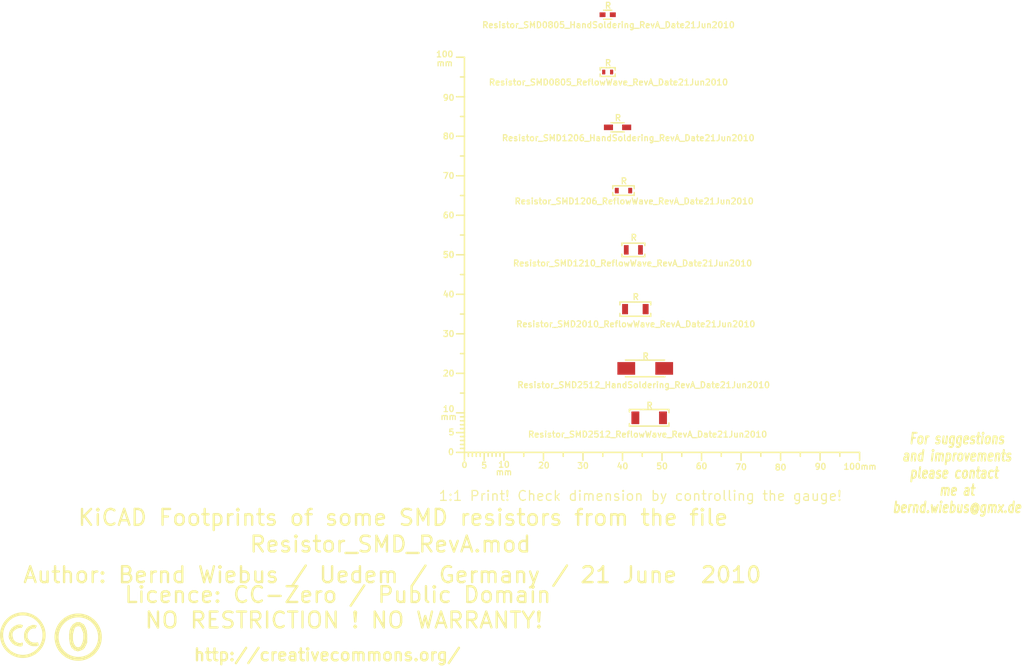
<source format=kicad_pcb>
(kicad_pcb (version 3) (host pcbnew "(2013-03-30 BZR 4007)-stable")

  (general
    (links 0)
    (no_connects 0)
    (area -16.90696 27.03036 274.02378 197.1694)
    (thickness 1.6002)
    (drawings 7)
    (tracks 0)
    (zones 0)
    (modules 11)
    (nets 1)
  )

  (page A4)
  (layers
    (15 Vorderseite signal)
    (0 Rückseite signal)
    (16 B.Adhes user)
    (17 F.Adhes user)
    (18 B.Paste user)
    (19 F.Paste user)
    (20 B.SilkS user)
    (21 F.SilkS user)
    (22 B.Mask user)
    (23 F.Mask user)
    (24 Dwgs.User user)
    (25 Cmts.User user)
    (26 Eco1.User user)
    (27 Eco2.User user)
    (28 Edge.Cuts user)
  )

  (setup
    (last_trace_width 0.2032)
    (trace_clearance 0.254)
    (zone_clearance 0.508)
    (zone_45_only no)
    (trace_min 0.2032)
    (segment_width 0.381)
    (edge_width 0.381)
    (via_size 0.889)
    (via_drill 0.635)
    (via_min_size 0.889)
    (via_min_drill 0.508)
    (uvia_size 0.508)
    (uvia_drill 0.127)
    (uvias_allowed no)
    (uvia_min_size 0.508)
    (uvia_min_drill 0.127)
    (pcb_text_width 0.3048)
    (pcb_text_size 1.524 2.032)
    (mod_edge_width 0.381)
    (mod_text_size 1.524 1.524)
    (mod_text_width 0.3048)
    (pad_size 1.524 1.524)
    (pad_drill 0.8128)
    (pad_to_mask_clearance 0.254)
    (aux_axis_origin 0 0)
    (visible_elements 7FFFFFFF)
    (pcbplotparams
      (layerselection 3178497)
      (usegerberextensions true)
      (excludeedgelayer true)
      (linewidth 60)
      (plotframeref false)
      (viasonmask false)
      (mode 1)
      (useauxorigin false)
      (hpglpennumber 1)
      (hpglpenspeed 20)
      (hpglpendiameter 15)
      (hpglpenoverlay 0)
      (psnegative false)
      (psa4output false)
      (plotreference true)
      (plotvalue true)
      (plotothertext true)
      (plotinvisibletext false)
      (padsonsilk false)
      (subtractmaskfromsilk false)
      (outputformat 1)
      (mirror false)
      (drillshape 1)
      (scaleselection 1)
      (outputdirectory ""))
  )

  (net 0 "")

  (net_class Default "Dies ist die voreingestellte Netzklasse."
    (clearance 0.254)
    (trace_width 0.2032)
    (via_dia 0.889)
    (via_drill 0.635)
    (uvia_dia 0.508)
    (uvia_drill 0.127)
    (add_net "")
  )

  (module Gauge_100mm_Type2_SilkScreenTop_RevA_Date22Jun2010 (layer Vorderseite) (tedit 51AF9789) (tstamp 4D88F07A)
    (at 132.75056 141.2494)
    (descr "Gauge, Massstab, 100mm, SilkScreenTop, Type 2,")
    (tags "Gauge, Massstab, 100mm, SilkScreenTop, Type 2,")
    (path Gauge_100mm_Type2_SilkScreenTop_RevA_Date22Jun2010)
    (fp_text reference MSC (at 4.0005 8.99922) (layer F.SilkS) hide
      (effects (font (size 1.524 1.524) (thickness 0.3048)))
    )
    (fp_text value Gauge_100mm_Type2_SilkScreenTop_RevA_Date22Jun2010 (at 45.9994 8.99922) (layer F.SilkS) hide
      (effects (font (size 1.524 1.524) (thickness 0.3048)))
    )
    (fp_text user mm (at 9.99998 5.00126) (layer F.SilkS)
      (effects (font (size 1.524 1.524) (thickness 0.3048)))
    )
    (fp_text user mm (at -4.0005 -8.99922) (layer F.SilkS)
      (effects (font (size 1.524 1.524) (thickness 0.3048)))
    )
    (fp_text user mm (at -5.00126 -98.5012) (layer F.SilkS)
      (effects (font (size 1.524 1.524) (thickness 0.3048)))
    )
    (fp_text user 10 (at 10.00506 3.0988) (layer F.SilkS)
      (effects (font (size 1.50114 1.50114) (thickness 0.29972)))
    )
    (fp_text user 0 (at 0.00508 3.19786) (layer F.SilkS)
      (effects (font (size 1.39954 1.50114) (thickness 0.29972)))
    )
    (fp_text user 5 (at 5.0038 3.29946) (layer F.SilkS)
      (effects (font (size 1.50114 1.50114) (thickness 0.29972)))
    )
    (fp_text user 20 (at 20.1041 3.29946) (layer F.SilkS)
      (effects (font (size 1.50114 1.50114) (thickness 0.29972)))
    )
    (fp_text user 30 (at 30.00502 3.39852) (layer F.SilkS)
      (effects (font (size 1.50114 1.50114) (thickness 0.29972)))
    )
    (fp_text user 40 (at 40.005 3.50012) (layer F.SilkS)
      (effects (font (size 1.50114 1.50114) (thickness 0.29972)))
    )
    (fp_text user 50 (at 50.00498 3.50012) (layer F.SilkS)
      (effects (font (size 1.50114 1.50114) (thickness 0.29972)))
    )
    (fp_text user 60 (at 60.00496 3.50012) (layer F.SilkS)
      (effects (font (size 1.50114 1.50114) (thickness 0.29972)))
    )
    (fp_text user 70 (at 70.00494 3.70078) (layer F.SilkS)
      (effects (font (size 1.50114 1.50114) (thickness 0.29972)))
    )
    (fp_text user 80 (at 80.00492 3.79984) (layer F.SilkS)
      (effects (font (size 1.50114 1.50114) (thickness 0.29972)))
    )
    (fp_text user 90 (at 90.1065 3.60172) (layer F.SilkS)
      (effects (font (size 1.50114 1.50114) (thickness 0.29972)))
    )
    (fp_text user 100mm (at 100.10648 3.60172) (layer F.SilkS)
      (effects (font (size 1.50114 1.50114) (thickness 0.29972)))
    )
    (fp_line (start 0 -8.99922) (end -1.00076 -8.99922) (layer F.SilkS) (width 0.381))
    (fp_line (start 0 -8.001) (end -1.00076 -8.001) (layer F.SilkS) (width 0.381))
    (fp_line (start 0 -7.00024) (end -1.00076 -7.00024) (layer F.SilkS) (width 0.381))
    (fp_line (start 0 -5.99948) (end -1.00076 -5.99948) (layer F.SilkS) (width 0.381))
    (fp_line (start 0 -4.0005) (end -1.00076 -4.0005) (layer F.SilkS) (width 0.381))
    (fp_line (start 0 -2.99974) (end -1.00076 -2.99974) (layer F.SilkS) (width 0.381))
    (fp_line (start 0 -1.99898) (end -1.00076 -1.99898) (layer F.SilkS) (width 0.381))
    (fp_line (start 0 -1.00076) (end -1.00076 -1.00076) (layer F.SilkS) (width 0.381))
    (fp_line (start 0 0) (end -1.99898 0) (layer F.SilkS) (width 0.381))
    (fp_line (start 0 -5.00126) (end -1.99898 -5.00126) (layer F.SilkS) (width 0.381))
    (fp_line (start 0 -9.99998) (end -1.99898 -9.99998) (layer F.SilkS) (width 0.381))
    (fp_line (start 0 -15.00124) (end -1.00076 -15.00124) (layer F.SilkS) (width 0.381))
    (fp_line (start 0 -19.99996) (end -1.99898 -19.99996) (layer F.SilkS) (width 0.381))
    (fp_line (start 0 -25.00122) (end -1.00076 -25.00122) (layer F.SilkS) (width 0.381))
    (fp_line (start 0 -29.99994) (end -1.99898 -29.99994) (layer F.SilkS) (width 0.381))
    (fp_line (start 0 -35.0012) (end -1.00076 -35.0012) (layer F.SilkS) (width 0.381))
    (fp_line (start 0 -39.99992) (end -1.99898 -39.99992) (layer F.SilkS) (width 0.381))
    (fp_line (start 0 -45.00118) (end -1.00076 -45.00118) (layer F.SilkS) (width 0.381))
    (fp_line (start 0 -49.9999) (end -1.99898 -49.9999) (layer F.SilkS) (width 0.381))
    (fp_line (start 0 -55.00116) (end -1.00076 -55.00116) (layer F.SilkS) (width 0.381))
    (fp_line (start 0 -59.99988) (end -1.99898 -59.99988) (layer F.SilkS) (width 0.381))
    (fp_line (start 0 -65.00114) (end -1.00076 -65.00114) (layer F.SilkS) (width 0.381))
    (fp_line (start 0 -69.99986) (end -1.99898 -69.99986) (layer F.SilkS) (width 0.381))
    (fp_line (start 0 -75.00112) (end -1.00076 -75.00112) (layer F.SilkS) (width 0.381))
    (fp_line (start 0 -79.99984) (end -1.99898 -79.99984) (layer F.SilkS) (width 0.381))
    (fp_line (start 0 -85.0011) (end -1.00076 -85.0011) (layer F.SilkS) (width 0.381))
    (fp_line (start 0 -89.99982) (end -1.99898 -89.99982) (layer F.SilkS) (width 0.381))
    (fp_line (start 0 -95.00108) (end -1.00076 -95.00108) (layer F.SilkS) (width 0.381))
    (fp_line (start 0 0) (end 0 -99.9998) (layer F.SilkS) (width 0.381))
    (fp_line (start 0 -99.9998) (end -1.99898 -99.9998) (layer F.SilkS) (width 0.381))
    (fp_text user 100 (at -4.99872 -100.7491) (layer F.SilkS)
      (effects (font (size 1.50114 1.50114) (thickness 0.29972)))
    )
    (fp_text user 90 (at -4.0005 -89.7509) (layer F.SilkS)
      (effects (font (size 1.50114 1.50114) (thickness 0.29972)))
    )
    (fp_text user 80 (at -4.0005 -79.99984) (layer F.SilkS)
      (effects (font (size 1.50114 1.50114) (thickness 0.29972)))
    )
    (fp_text user 70 (at -4.0005 -69.99986) (layer F.SilkS)
      (effects (font (size 1.50114 1.50114) (thickness 0.29972)))
    )
    (fp_text user 60 (at -4.0005 -59.99988) (layer F.SilkS)
      (effects (font (size 1.50114 1.50114) (thickness 0.29972)))
    )
    (fp_text user 50 (at -4.0005 -49.9999) (layer F.SilkS)
      (effects (font (size 1.50114 1.50114) (thickness 0.34036)))
    )
    (fp_text user 40 (at -4.0005 -39.99992) (layer F.SilkS)
      (effects (font (size 1.50114 1.50114) (thickness 0.29972)))
    )
    (fp_text user 30 (at -4.0005 -29.99994) (layer F.SilkS)
      (effects (font (size 1.50114 1.50114) (thickness 0.29972)))
    )
    (fp_text user 20 (at -4.0005 -19.99996) (layer F.SilkS)
      (effects (font (size 1.50114 1.50114) (thickness 0.29972)))
    )
    (fp_line (start 95.00108 0) (end 95.00108 1.00076) (layer F.SilkS) (width 0.381))
    (fp_line (start 89.99982 0) (end 89.99982 1.99898) (layer F.SilkS) (width 0.381))
    (fp_line (start 85.0011 0) (end 85.0011 1.00076) (layer F.SilkS) (width 0.381))
    (fp_line (start 79.99984 0) (end 79.99984 1.99898) (layer F.SilkS) (width 0.381))
    (fp_line (start 75.00112 0) (end 75.00112 1.00076) (layer F.SilkS) (width 0.381))
    (fp_line (start 69.99986 0) (end 69.99986 1.99898) (layer F.SilkS) (width 0.381))
    (fp_line (start 65.00114 0) (end 65.00114 1.00076) (layer F.SilkS) (width 0.381))
    (fp_line (start 59.99988 0) (end 59.99988 1.99898) (layer F.SilkS) (width 0.381))
    (fp_line (start 55.00116 0) (end 55.00116 1.00076) (layer F.SilkS) (width 0.381))
    (fp_line (start 49.9999 0) (end 49.9999 1.99898) (layer F.SilkS) (width 0.381))
    (fp_line (start 45.00118 0) (end 45.00118 1.00076) (layer F.SilkS) (width 0.381))
    (fp_line (start 39.99992 0) (end 39.99992 1.99898) (layer F.SilkS) (width 0.381))
    (fp_line (start 35.0012 0) (end 35.0012 1.00076) (layer F.SilkS) (width 0.381))
    (fp_line (start 29.99994 0) (end 29.99994 1.99898) (layer F.SilkS) (width 0.381))
    (fp_line (start 25.00122 0) (end 25.00122 1.00076) (layer F.SilkS) (width 0.381))
    (fp_line (start 19.99996 0) (end 19.99996 1.99898) (layer F.SilkS) (width 0.381))
    (fp_line (start 15.00124 0) (end 15.00124 1.00076) (layer F.SilkS) (width 0.381))
    (fp_line (start 9.99998 0) (end 99.9998 0) (layer F.SilkS) (width 0.381))
    (fp_line (start 99.9998 0) (end 99.9998 1.99898) (layer F.SilkS) (width 0.381))
    (fp_text user 5 (at -3.302 -5.10286) (layer F.SilkS)
      (effects (font (size 1.50114 1.50114) (thickness 0.29972)))
    )
    (fp_text user 0 (at -3.4036 -0.10414) (layer F.SilkS)
      (effects (font (size 1.50114 1.50114) (thickness 0.29972)))
    )
    (fp_text user 10 (at -4.0005 -11.00074) (layer F.SilkS)
      (effects (font (size 1.50114 1.50114) (thickness 0.29972)))
    )
    (fp_line (start 8.99922 0) (end 8.99922 1.00076) (layer F.SilkS) (width 0.381))
    (fp_line (start 8.001 0) (end 8.001 1.00076) (layer F.SilkS) (width 0.381))
    (fp_line (start 7.00024 0) (end 7.00024 1.00076) (layer F.SilkS) (width 0.381))
    (fp_line (start 5.99948 0) (end 5.99948 1.00076) (layer F.SilkS) (width 0.381))
    (fp_line (start 4.0005 0) (end 4.0005 1.00076) (layer F.SilkS) (width 0.381))
    (fp_line (start 2.99974 0) (end 2.99974 1.00076) (layer F.SilkS) (width 0.381))
    (fp_line (start 1.99898 0) (end 1.99898 1.00076) (layer F.SilkS) (width 0.381))
    (fp_line (start 1.00076 0) (end 1.00076 1.00076) (layer F.SilkS) (width 0.381))
    (fp_line (start 5.00126 0) (end 5.00126 1.99898) (layer F.SilkS) (width 0.381))
    (fp_line (start 0 0) (end 0 1.99898) (layer F.SilkS) (width 0.381))
    (fp_line (start 0 0) (end 9.99998 0) (layer F.SilkS) (width 0.381))
    (fp_line (start 9.99998 0) (end 9.99998 1.99898) (layer F.SilkS) (width 0.381))
  )

  (module Symbol_CC-PublicDomain_SilkScreenTop_Big (layer Vorderseite) (tedit 515D641F) (tstamp 515F0B64)
    (at 35 188)
    (descr "Symbol, CC-PublicDomain, SilkScreen Top, Big,")
    (tags "Symbol, CC-PublicDomain, SilkScreen Top, Big,")
    (path Symbol_CC-Noncommercial_CopperTop_Big)
    (fp_text reference Sym (at 0.59944 -7.29996) (layer F.SilkS) hide
      (effects (font (size 1.524 1.524) (thickness 0.3048)))
    )
    (fp_text value Symbol_CC-PublicDomain_SilkScreenTop_Big (at 0.59944 8.001) (layer F.SilkS) hide
      (effects (font (size 1.524 1.524) (thickness 0.3048)))
    )
    (fp_circle (center 0 0) (end 5.8 -0.05) (layer F.SilkS) (width 0.381))
    (fp_circle (center 0 0) (end 5.5 0) (layer F.SilkS) (width 0.381))
    (fp_circle (center 0.05 0) (end 5.25 0) (layer F.SilkS) (width 0.381))
    (fp_line (start 1.1 -2.5) (end 1.4 -1.9) (layer F.SilkS) (width 0.381))
    (fp_line (start -1.8 1.2) (end -1.6 1.9) (layer F.SilkS) (width 0.381))
    (fp_line (start -1.6 1.9) (end -1.2 2.5) (layer F.SilkS) (width 0.381))
    (fp_line (start 0 -3) (end 0.75 -2.75) (layer F.SilkS) (width 0.381))
    (fp_line (start 0.75 -2.75) (end 1 -2.25) (layer F.SilkS) (width 0.381))
    (fp_line (start 1 -2.25) (end 1.5 -1) (layer F.SilkS) (width 0.381))
    (fp_line (start 1.5 -1) (end 1.5 -0.5) (layer F.SilkS) (width 0.381))
    (fp_line (start 1.5 -0.5) (end 1.5 0.5) (layer F.SilkS) (width 0.381))
    (fp_line (start 1.5 0.5) (end 1.25 1.5) (layer F.SilkS) (width 0.381))
    (fp_line (start 1.25 1.5) (end 0.75 2.5) (layer F.SilkS) (width 0.381))
    (fp_line (start 0.75 2.5) (end 0.25 2.75) (layer F.SilkS) (width 0.381))
    (fp_line (start 0.25 2.75) (end -0.25 2.75) (layer F.SilkS) (width 0.381))
    (fp_line (start -0.25 2.75) (end -0.75 2.5) (layer F.SilkS) (width 0.381))
    (fp_line (start -0.75 2.5) (end -1.25 1.75) (layer F.SilkS) (width 0.381))
    (fp_line (start -1.25 1.75) (end -1.5 0.75) (layer F.SilkS) (width 0.381))
    (fp_line (start -1.5 0.75) (end -1.5 -0.75) (layer F.SilkS) (width 0.381))
    (fp_line (start -1.5 -0.75) (end -1.25 -1.75) (layer F.SilkS) (width 0.381))
    (fp_line (start -1.25 -1.75) (end -1 -2.5) (layer F.SilkS) (width 0.381))
    (fp_line (start -1 -2.5) (end -0.3 -2.9) (layer F.SilkS) (width 0.381))
    (fp_line (start -0.3 -2.9) (end 0.2 -3) (layer F.SilkS) (width 0.381))
    (fp_line (start 0.2 -3) (end 0.8 -3) (layer F.SilkS) (width 0.381))
    (fp_line (start 0.8 -3) (end 1.4 -2.3) (layer F.SilkS) (width 0.381))
    (fp_line (start 1.4 -2.3) (end 1.6 -1.4) (layer F.SilkS) (width 0.381))
    (fp_line (start 1.6 -1.4) (end 1.7 -0.3) (layer F.SilkS) (width 0.381))
    (fp_line (start 1.7 -0.3) (end 1.7 0.9) (layer F.SilkS) (width 0.381))
    (fp_line (start 1.7 0.9) (end 1.4 1.8) (layer F.SilkS) (width 0.381))
    (fp_line (start 1.4 1.8) (end 1 2.7) (layer F.SilkS) (width 0.381))
    (fp_line (start 1 2.7) (end 0.5 3) (layer F.SilkS) (width 0.381))
    (fp_line (start 0.5 3) (end -0.4 3) (layer F.SilkS) (width 0.381))
    (fp_line (start -0.4 3) (end -1.3 2.3) (layer F.SilkS) (width 0.381))
    (fp_line (start -1.3 2.3) (end -1.7 1) (layer F.SilkS) (width 0.381))
    (fp_line (start -1.7 1) (end -1.8 -0.7) (layer F.SilkS) (width 0.381))
    (fp_line (start -1.8 -0.7) (end -1.4 -2.2) (layer F.SilkS) (width 0.381))
    (fp_line (start -1.4 -2.2) (end -1 -2.9) (layer F.SilkS) (width 0.381))
    (fp_line (start -1 -2.9) (end -0.2 -3.3) (layer F.SilkS) (width 0.381))
    (fp_line (start -0.2 -3.3) (end 0.7 -3.2) (layer F.SilkS) (width 0.381))
    (fp_line (start 0.7 -3.2) (end 1.3 -3.1) (layer F.SilkS) (width 0.381))
    (fp_line (start 1.3 -3.1) (end 1.7 -2.4) (layer F.SilkS) (width 0.381))
    (fp_line (start 1.7 -2.4) (end 2 -1.6) (layer F.SilkS) (width 0.381))
    (fp_line (start 2 -1.6) (end 2.1 -0.6) (layer F.SilkS) (width 0.381))
    (fp_line (start 2.1 -0.6) (end 2.1 0.3) (layer F.SilkS) (width 0.381))
    (fp_line (start 2.1 0.3) (end 2.1 1.3) (layer F.SilkS) (width 0.381))
    (fp_line (start 2.1 1.3) (end 1.9 1.8) (layer F.SilkS) (width 0.381))
    (fp_line (start 1.9 1.8) (end 1.5 2.6) (layer F.SilkS) (width 0.381))
    (fp_line (start 1.5 2.6) (end 1.1 3) (layer F.SilkS) (width 0.381))
    (fp_line (start 1.1 3) (end 0.4 3.3) (layer F.SilkS) (width 0.381))
    (fp_line (start 0.4 3.3) (end -0.1 3.4) (layer F.SilkS) (width 0.381))
    (fp_line (start -0.1 3.4) (end -0.8 3.2) (layer F.SilkS) (width 0.381))
    (fp_line (start -0.8 3.2) (end -1.5 2.6) (layer F.SilkS) (width 0.381))
    (fp_line (start -1.5 2.6) (end -1.9 1.7) (layer F.SilkS) (width 0.381))
    (fp_line (start -1.9 1.7) (end -2.1 0.4) (layer F.SilkS) (width 0.381))
    (fp_line (start -2.1 0.4) (end -2.1 -0.6) (layer F.SilkS) (width 0.381))
    (fp_line (start -2.1 -0.6) (end -2 -1.6) (layer F.SilkS) (width 0.381))
    (fp_line (start -2 -1.6) (end -1.7 -2.4) (layer F.SilkS) (width 0.381))
    (fp_line (start -1.7 -2.4) (end -1.2 -3.1) (layer F.SilkS) (width 0.381))
    (fp_line (start -1.2 -3.1) (end -0.4 -3.6) (layer F.SilkS) (width 0.381))
    (fp_line (start -0.4 -3.6) (end 0.4 -3.6) (layer F.SilkS) (width 0.381))
    (fp_line (start 0.4 -3.6) (end 1.1 -3.2) (layer F.SilkS) (width 0.381))
    (fp_line (start 1.1 -3.2) (end 1.1 -2.9) (layer F.SilkS) (width 0.381))
    (fp_line (start 1.1 -2.9) (end 1.8 -1.5) (layer F.SilkS) (width 0.381))
    (fp_line (start 1.8 -1.5) (end 1.8 -0.4) (layer F.SilkS) (width 0.381))
    (fp_line (start 1.8 -0.4) (end 1.8 1.1) (layer F.SilkS) (width 0.381))
    (fp_line (start 1.8 1.1) (end 1.2 2.6) (layer F.SilkS) (width 0.381))
    (fp_line (start 1.2 2.6) (end 0.2 3.2) (layer F.SilkS) (width 0.381))
    (fp_line (start 0.2 3.2) (end -0.5 3.2) (layer F.SilkS) (width 0.381))
    (fp_line (start -0.5 3.2) (end -1.1 2.7) (layer F.SilkS) (width 0.381))
    (fp_line (start -1.1 2.7) (end -1.9 0.6) (layer F.SilkS) (width 0.381))
    (fp_line (start -1.9 0.6) (end -1.7 -1.9) (layer F.SilkS) (width 0.381))
  )

  (module Symbol_CreativeCommons_SilkScreenTop_Type2_Big (layer Vorderseite) (tedit 515D640C) (tstamp 515F46B2)
    (at 21 187.5)
    (descr "Symbol, Creative Commons, SilkScreen Top, Type 2, Big,")
    (tags "Symbol, Creative Commons, SilkScreen Top, Type 2, Big,")
    (path Symbol_CreativeCommons_CopperTop_Type2_Big)
    (fp_text reference Sym (at 0.59944 -7.29996) (layer F.SilkS) hide
      (effects (font (size 1.524 1.524) (thickness 0.3048)))
    )
    (fp_text value Symbol_CreativeCommons_Typ2_SilkScreenTop_Big (at 0.59944 8.001) (layer F.SilkS) hide
      (effects (font (size 1.524 1.524) (thickness 0.3048)))
    )
    (fp_line (start -0.70104 2.70002) (end -0.29972 2.60096) (layer F.SilkS) (width 0.381))
    (fp_line (start -0.29972 2.60096) (end -0.20066 2.10058) (layer F.SilkS) (width 0.381))
    (fp_line (start -2.49936 -1.69926) (end -2.70002 -1.6002) (layer F.SilkS) (width 0.381))
    (fp_line (start -2.70002 -1.6002) (end -3.0988 -1.00076) (layer F.SilkS) (width 0.381))
    (fp_line (start -3.0988 -1.00076) (end -3.29946 -0.50038) (layer F.SilkS) (width 0.381))
    (fp_line (start -3.29946 -0.50038) (end -3.40106 0.39878) (layer F.SilkS) (width 0.381))
    (fp_line (start -3.40106 0.39878) (end -3.29946 0.89916) (layer F.SilkS) (width 0.381))
    (fp_line (start -0.19812 2.4003) (end -0.29718 2.59842) (layer F.SilkS) (width 0.381))
    (fp_line (start 3.70078 2.10058) (end 3.79984 2.4003) (layer F.SilkS) (width 0.381))
    (fp_line (start 2.99974 -2.4003) (end 3.29946 -2.30124) (layer F.SilkS) (width 0.381))
    (fp_line (start 3.29946 -2.30124) (end 3.0988 -1.99898) (layer F.SilkS) (width 0.381))
    (fp_line (start 0 -5.40004) (end -0.50038 -5.40004) (layer F.SilkS) (width 0.381))
    (fp_line (start -0.50038 -5.40004) (end -1.30048 -5.10032) (layer F.SilkS) (width 0.381))
    (fp_line (start -1.30048 -5.10032) (end -1.99898 -4.89966) (layer F.SilkS) (width 0.381))
    (fp_line (start -1.99898 -4.89966) (end -2.70002 -4.699) (layer F.SilkS) (width 0.381))
    (fp_line (start -2.70002 -4.699) (end -3.29946 -4.20116) (layer F.SilkS) (width 0.381))
    (fp_line (start -3.29946 -4.20116) (end -4.0005 -3.59918) (layer F.SilkS) (width 0.381))
    (fp_line (start -4.0005 -3.59918) (end -4.50088 -2.99974) (layer F.SilkS) (width 0.381))
    (fp_line (start -4.50088 -2.99974) (end -5.00126 -2.10058) (layer F.SilkS) (width 0.381))
    (fp_line (start -5.00126 -2.10058) (end -5.30098 -1.09982) (layer F.SilkS) (width 0.381))
    (fp_line (start -5.30098 -1.09982) (end -5.40004 0.09906) (layer F.SilkS) (width 0.381))
    (fp_line (start -5.40004 0.09906) (end -5.19938 1.30048) (layer F.SilkS) (width 0.381))
    (fp_line (start -5.19938 1.30048) (end -4.8006 2.4003) (layer F.SilkS) (width 0.381))
    (fp_line (start -4.8006 2.4003) (end -3.79984 3.8989) (layer F.SilkS) (width 0.381))
    (fp_line (start -3.79984 3.8989) (end -2.60096 4.8006) (layer F.SilkS) (width 0.381))
    (fp_line (start -2.60096 4.8006) (end -1.30048 5.30098) (layer F.SilkS) (width 0.381))
    (fp_line (start -1.30048 5.30098) (end 0.09906 5.30098) (layer F.SilkS) (width 0.381))
    (fp_line (start 0.09906 5.30098) (end 1.6002 5.19938) (layer F.SilkS) (width 0.381))
    (fp_line (start 1.6002 5.19938) (end 2.60096 4.699) (layer F.SilkS) (width 0.381))
    (fp_line (start 2.60096 4.699) (end 4.20116 3.40106) (layer F.SilkS) (width 0.381))
    (fp_line (start 4.20116 3.40106) (end 5.00126 1.80086) (layer F.SilkS) (width 0.381))
    (fp_line (start 5.00126 1.80086) (end 5.40004 0.29972) (layer F.SilkS) (width 0.381))
    (fp_line (start 5.40004 0.29972) (end 5.19938 -1.39954) (layer F.SilkS) (width 0.381))
    (fp_line (start 5.19938 -1.39954) (end 4.699 -2.49936) (layer F.SilkS) (width 0.381))
    (fp_line (start 4.699 -2.49936) (end 3.40106 -4.09956) (layer F.SilkS) (width 0.381))
    (fp_line (start 3.40106 -4.09956) (end 2.4003 -4.8006) (layer F.SilkS) (width 0.381))
    (fp_line (start 2.4003 -4.8006) (end 1.39954 -5.19938) (layer F.SilkS) (width 0.381))
    (fp_line (start 1.39954 -5.19938) (end 0 -5.30098) (layer F.SilkS) (width 0.381))
    (fp_line (start 0.60198 -0.70104) (end 0.50292 -0.20066) (layer F.SilkS) (width 0.381))
    (fp_line (start 0.50292 -0.20066) (end 0.50292 0.49784) (layer F.SilkS) (width 0.381))
    (fp_line (start 0.50292 0.49784) (end 0.60198 1.09982) (layer F.SilkS) (width 0.381))
    (fp_line (start 0.60198 1.09982) (end 1.00076 1.69926) (layer F.SilkS) (width 0.381))
    (fp_line (start 1.00076 1.69926) (end 1.50114 2.19964) (layer F.SilkS) (width 0.381))
    (fp_line (start 1.50114 2.19964) (end 2.10058 2.49936) (layer F.SilkS) (width 0.381))
    (fp_line (start 2.10058 2.49936) (end 2.60096 2.59842) (layer F.SilkS) (width 0.381))
    (fp_line (start 2.60096 2.59842) (end 3.00228 2.59842) (layer F.SilkS) (width 0.381))
    (fp_line (start 3.00228 2.59842) (end 3.40106 2.59842) (layer F.SilkS) (width 0.381))
    (fp_line (start 3.40106 2.59842) (end 3.80238 2.49936) (layer F.SilkS) (width 0.381))
    (fp_line (start 3.80238 2.49936) (end 3.70078 2.2987) (layer F.SilkS) (width 0.381))
    (fp_line (start 3.70078 2.2987) (end 2.80162 2.4003) (layer F.SilkS) (width 0.381))
    (fp_line (start 2.80162 2.4003) (end 1.80086 2.09804) (layer F.SilkS) (width 0.381))
    (fp_line (start 1.80086 2.09804) (end 1.20142 1.6002) (layer F.SilkS) (width 0.381))
    (fp_line (start 1.20142 1.6002) (end 0.80264 0.6985) (layer F.SilkS) (width 0.381))
    (fp_line (start 0.80264 0.6985) (end 0.70104 -0.29972) (layer F.SilkS) (width 0.381))
    (fp_line (start 0.70104 -0.29972) (end 1.00076 -1.00076) (layer F.SilkS) (width 0.381))
    (fp_line (start 1.00076 -1.00076) (end 1.60274 -1.7018) (layer F.SilkS) (width 0.381))
    (fp_line (start 1.60274 -1.7018) (end 2.30124 -2.10058) (layer F.SilkS) (width 0.381))
    (fp_line (start 2.30124 -2.10058) (end 3.00228 -2.10058) (layer F.SilkS) (width 0.381))
    (fp_line (start 3.00228 -2.10058) (end 3.10134 -1.89992) (layer F.SilkS) (width 0.381))
    (fp_line (start 3.10134 -1.89992) (end 2.5019 -1.89992) (layer F.SilkS) (width 0.381))
    (fp_line (start 2.5019 -1.89992) (end 1.80086 -1.6002) (layer F.SilkS) (width 0.381))
    (fp_line (start 1.80086 -1.6002) (end 1.30048 -1.00076) (layer F.SilkS) (width 0.381))
    (fp_line (start 1.30048 -1.00076) (end 1.00076 -0.40132) (layer F.SilkS) (width 0.381))
    (fp_line (start 1.00076 -0.40132) (end 1.00076 0.09906) (layer F.SilkS) (width 0.381))
    (fp_line (start 1.00076 0.09906) (end 1.00076 0.6985) (layer F.SilkS) (width 0.381))
    (fp_line (start 1.00076 0.6985) (end 1.30048 1.19888) (layer F.SilkS) (width 0.381))
    (fp_line (start 1.30048 1.19888) (end 1.7018 1.69926) (layer F.SilkS) (width 0.381))
    (fp_line (start 1.7018 1.69926) (end 2.30124 1.99898) (layer F.SilkS) (width 0.381))
    (fp_line (start 2.30124 1.99898) (end 2.90068 2.09804) (layer F.SilkS) (width 0.381))
    (fp_line (start 2.90068 2.09804) (end 3.40106 2.09804) (layer F.SilkS) (width 0.381))
    (fp_line (start 3.40106 2.09804) (end 3.70078 1.99898) (layer F.SilkS) (width 0.381))
    (fp_line (start 3.00228 -2.4003) (end 2.40284 -2.4003) (layer F.SilkS) (width 0.381))
    (fp_line (start 2.40284 -2.4003) (end 2.00152 -2.20218) (layer F.SilkS) (width 0.381))
    (fp_line (start 2.00152 -2.20218) (end 1.50114 -2.00152) (layer F.SilkS) (width 0.381))
    (fp_line (start 1.50114 -2.00152) (end 1.10236 -1.6002) (layer F.SilkS) (width 0.381))
    (fp_line (start 1.10236 -1.6002) (end 0.80264 -1.09982) (layer F.SilkS) (width 0.381))
    (fp_line (start 0.80264 -1.09982) (end 0.60198 -0.70104) (layer F.SilkS) (width 0.381))
    (fp_line (start -0.39878 -1.99898) (end -0.89916 -1.99898) (layer F.SilkS) (width 0.381))
    (fp_line (start -0.89916 -1.99898) (end -1.39954 -1.89738) (layer F.SilkS) (width 0.381))
    (fp_line (start -1.39954 -1.89738) (end -1.89992 -1.59766) (layer F.SilkS) (width 0.381))
    (fp_line (start -1.89992 -1.59766) (end -2.4003 -1.19888) (layer F.SilkS) (width 0.381))
    (fp_line (start -2.4003 -1.30048) (end -2.70002 -0.8001) (layer F.SilkS) (width 0.381))
    (fp_line (start -2.70002 -0.8001) (end -2.79908 -0.29972) (layer F.SilkS) (width 0.381))
    (fp_line (start -2.79908 -0.29972) (end -2.79908 0.20066) (layer F.SilkS) (width 0.381))
    (fp_line (start -2.79908 0.20066) (end -2.59842 1.00076) (layer F.SilkS) (width 0.381))
    (fp_line (start -2.69748 1.00076) (end -2.39776 1.39954) (layer F.SilkS) (width 0.381))
    (fp_line (start -2.29616 1.4986) (end -1.79578 1.89992) (layer F.SilkS) (width 0.381))
    (fp_line (start -1.79578 1.89992) (end -1.29794 2.09804) (layer F.SilkS) (width 0.381))
    (fp_line (start -1.29794 2.09804) (end -0.89662 2.19964) (layer F.SilkS) (width 0.381))
    (fp_line (start -0.89662 2.19964) (end -0.49784 2.19964) (layer F.SilkS) (width 0.381))
    (fp_line (start -0.49784 2.19964) (end -0.19812 2.09804) (layer F.SilkS) (width 0.381))
    (fp_line (start -0.19812 2.09804) (end -0.29718 2.4003) (layer F.SilkS) (width 0.381))
    (fp_line (start -0.29718 2.4003) (end -0.89662 2.49936) (layer F.SilkS) (width 0.381))
    (fp_line (start -0.89662 2.49936) (end -1.59766 2.2987) (layer F.SilkS) (width 0.381))
    (fp_line (start -1.59766 2.2987) (end -2.29616 1.79832) (layer F.SilkS) (width 0.381))
    (fp_line (start -2.29616 1.79832) (end -2.79654 1.29794) (layer F.SilkS) (width 0.381))
    (fp_line (start -2.79908 1.39954) (end -2.99974 0.70104) (layer F.SilkS) (width 0.381))
    (fp_line (start -2.99974 0.70104) (end -3.0988 0) (layer F.SilkS) (width 0.381))
    (fp_line (start -3.0988 0) (end -2.99974 -0.59944) (layer F.SilkS) (width 0.381))
    (fp_line (start -2.99974 -0.8001) (end -2.70002 -1.30048) (layer F.SilkS) (width 0.381))
    (fp_line (start -2.70002 -1.09982) (end -2.19964 -1.6002) (layer F.SilkS) (width 0.381))
    (fp_line (start -2.19964 -1.69926) (end -1.69926 -1.99898) (layer F.SilkS) (width 0.381))
    (fp_line (start -1.69926 -1.99898) (end -1.19888 -2.19964) (layer F.SilkS) (width 0.381))
    (fp_line (start -1.19888 -2.19964) (end -0.6985 -2.19964) (layer F.SilkS) (width 0.381))
    (fp_line (start -0.6985 -2.19964) (end -0.29972 -2.19964) (layer F.SilkS) (width 0.381))
    (fp_line (start -0.29972 -2.19964) (end -0.20066 -2.39776) (layer F.SilkS) (width 0.381))
    (fp_line (start -0.20066 -2.39776) (end -0.59944 -2.49936) (layer F.SilkS) (width 0.381))
    (fp_line (start -0.59944 -2.49936) (end -1.00076 -2.49936) (layer F.SilkS) (width 0.381))
    (fp_line (start -1.00076 -2.49936) (end -1.4986 -2.39776) (layer F.SilkS) (width 0.381))
    (fp_line (start -1.4986 -2.39776) (end -2.10058 -2.09804) (layer F.SilkS) (width 0.381))
    (fp_line (start -2.10058 -2.09804) (end -2.59842 -1.69926) (layer F.SilkS) (width 0.381))
    (fp_line (start -2.59842 -1.6002) (end -3.0988 -0.89916) (layer F.SilkS) (width 0.381))
    (fp_line (start -3.0988 -0.89916) (end -3.29946 -0.29972) (layer F.SilkS) (width 0.381))
    (fp_line (start -3.29946 -0.29972) (end -3.29946 0.40132) (layer F.SilkS) (width 0.381))
    (fp_line (start -3.29946 0.40132) (end -3.2004 1.00076) (layer F.SilkS) (width 0.381))
    (fp_line (start -3.29946 0.8001) (end -2.99974 1.39954) (layer F.SilkS) (width 0.381))
    (fp_line (start -2.89814 1.4986) (end -2.49682 1.99898) (layer F.SilkS) (width 0.381))
    (fp_line (start -2.49682 1.99898) (end -1.89738 2.4003) (layer F.SilkS) (width 0.381))
    (fp_line (start -1.89738 2.4003) (end -1.19634 2.59842) (layer F.SilkS) (width 0.381))
    (fp_line (start -1.19634 2.59842) (end -0.69596 2.70002) (layer F.SilkS) (width 0.381))
    (fp_line (start -2.9972 1.19888) (end -2.59842 1.19888) (layer F.SilkS) (width 0.381))
    (fp_circle (center 0 0) (end 5.08 1.016) (layer F.SilkS) (width 0.381))
    (fp_circle (center 0 0) (end 5.588 0) (layer F.SilkS) (width 0.381))
  )

  (module Resistor_SMD0805_HandSoldering_RevA_Date21Jun2010 (layer Vorderseite) (tedit 51AF9745) (tstamp 51AF974B)
    (at 169 30.5)
    (descr "Resistor, SMD, 0805, Hand soldering,")
    (tags "Resistor, SMD, 0805, Hand soldering,")
    (path Resistor_SMD0805_HandSoldering_RevA_Date21Jun2010)
    (attr smd)
    (fp_text reference R (at 0.09906 -2.30124) (layer F.SilkS)
      (effects (font (size 1.524 1.524) (thickness 0.3048)))
    )
    (fp_text value Resistor_SMD0805_HandSoldering_RevA_Date21Jun2010 (at 0.20066 2.60096) (layer F.SilkS)
      (effects (font (size 1.524 1.524) (thickness 0.3048)))
    )
    (fp_line (start 0 -1.143) (end -1.016 -1.143) (layer F.SilkS) (width 0.381))
    (fp_line (start 0 -1.143) (end 1.016 -1.143) (layer F.SilkS) (width 0.381))
    (fp_line (start 0 1.143) (end -1.016 1.143) (layer F.SilkS) (width 0.381))
    (fp_line (start 0 1.143) (end 1.016 1.143) (layer F.SilkS) (width 0.381))
    (pad 1 smd rect (at -1.30048 0) (size 1.50114 1.19888)
      (layers Vorderseite F.Paste F.Mask)
    )
    (pad 2 smd rect (at 1.30048 0) (size 1.50114 1.19888)
      (layers Vorderseite F.Paste F.Mask)
    )
  )

  (module Resistor_SMD0805_ReflowWave_RevA_Date21Jun2010 (layer Vorderseite) (tedit 51AF975B) (tstamp 51AF97E0)
    (at 169 45)
    (descr "Resistor, SMD, 0805, Reflow, Wave,")
    (tags "Resistor, SMD, 0805, Reflow, Wave,")
    (attr smd)
    (fp_text reference R (at 0.09906 -2.30124) (layer F.SilkS)
      (effects (font (size 1.524 1.524) (thickness 0.3048)))
    )
    (fp_text value Resistor_SMD0805_ReflowWave_RevA_Date21Jun2010 (at 0.20066 2.60096) (layer F.SilkS)
      (effects (font (size 1.524 1.524) (thickness 0.3048)))
    )
    (fp_line (start -1.89992 0.50038) (end -1.89992 1.09982) (layer F.SilkS) (width 0.381))
    (fp_line (start -1.89992 1.09982) (end 1.89992 1.09982) (layer F.SilkS) (width 0.381))
    (fp_line (start 1.89992 1.09982) (end 1.89992 0.50038) (layer F.SilkS) (width 0.381))
    (fp_line (start 1.89992 -0.50038) (end 1.89992 -1.09982) (layer F.SilkS) (width 0.381))
    (fp_line (start 1.89992 -1.09982) (end -1.89992 -1.09982) (layer F.SilkS) (width 0.381))
    (fp_line (start -1.89992 -1.09982) (end -1.89992 -0.50038) (layer F.SilkS) (width 0.381))
    (pad 1 smd rect (at -1.00076 0) (size 0.8001 1.19888)
      (layers Vorderseite F.Paste F.Mask)
    )
    (pad 2 smd rect (at 1.00076 0) (size 0.8001 1.19888)
      (layers Vorderseite F.Paste F.Mask)
    )
  )

  (module Resistor_SMD1206_HandSoldering_RevA_Date21Jun2010 (layer Vorderseite) (tedit 4FD77140) (tstamp 51AF986C)
    (at 171.5 59)
    (descr "Resistor, SMD, 1206, HandSoldering,")
    (tags "Resistor, SMD, 1206, Hand soldering,")
    (attr smd)
    (fp_text reference R (at 0.09906 -2.4003) (layer F.SilkS)
      (effects (font (size 1.524 1.524) (thickness 0.3048)))
    )
    (fp_text value Resistor_SMD1206_HandSoldering_RevA_Date21Jun2010 (at 2.70002 2.70002) (layer F.SilkS)
      (effects (font (size 1.524 1.524) (thickness 0.3048)))
    )
    (fp_circle (center 0 0) (end 0.50038 0.09906) (layer F.Adhes) (width 0.381))
    (fp_circle (center 0 0) (end 0.14986 0.0508) (layer F.Adhes) (width 0.381))
    (fp_line (start 1.651 1.143) (end -1.651 1.143) (layer F.SilkS) (width 0.381))
    (fp_line (start 0 -1.143) (end -1.651 -1.143) (layer F.SilkS) (width 0.381))
    (fp_line (start 0 -1.143) (end 1.651 -1.143) (layer F.SilkS) (width 0.381))
    (pad 1 smd rect (at -2.30124 0) (size 2.30124 1.39954)
      (layers Vorderseite F.Paste F.Mask)
    )
    (pad 2 smd rect (at 2.30124 0) (size 2.30124 1.39954)
      (layers Vorderseite F.Paste F.Mask)
    )
  )

  (module Resistor_SMD1206_ReflowWave_RevA_Date21Jun2010 (layer Vorderseite) (tedit 51AF9762) (tstamp 51AF98FC)
    (at 173 75)
    (descr "Resistor, SMD, 1206, Reflow, Wave,")
    (tags "Resistor, SMD, 1206, Reflow, Wave,")
    (attr smd)
    (fp_text reference R (at 0.09906 -2.4003) (layer F.SilkS)
      (effects (font (size 1.524 1.524) (thickness 0.3048)))
    )
    (fp_text value Resistor_SMD1206_ReflowWave_RevA_Date21Jun2010 (at 2.70002 2.70002) (layer F.SilkS)
      (effects (font (size 1.524 1.524) (thickness 0.3048)))
    )
    (fp_circle (center 0 0) (end 0.50038 0) (layer F.Adhes) (width 0.381))
    (fp_circle (center 0 0) (end 0.14986 0.0508) (layer F.Adhes) (width 0.381))
    (fp_line (start -2.70002 0.50038) (end -2.70002 1.19888) (layer F.SilkS) (width 0.381))
    (fp_line (start -2.70002 1.19888) (end 2.70002 1.19888) (layer F.SilkS) (width 0.381))
    (fp_line (start 2.70002 1.19888) (end 2.70002 0.50038) (layer F.SilkS) (width 0.381))
    (fp_line (start 2.70002 -0.50038) (end 2.70002 -1.19888) (layer F.SilkS) (width 0.381))
    (fp_line (start 2.70002 -1.19888) (end -2.70002 -1.19888) (layer F.SilkS) (width 0.381))
    (fp_line (start -2.70002 -1.19888) (end -2.70002 -0.50038) (layer F.SilkS) (width 0.381))
    (pad 1 smd rect (at -1.69926 0) (size 1.00076 1.39954)
      (layers Vorderseite F.Paste F.Mask)
    )
    (pad 2 smd rect (at 1.69926 0) (size 1.00076 1.39954)
      (layers Vorderseite F.Paste F.Mask)
    )
  )

  (module Resistor_SMD1210_ReflowWave_RevA_Date21Jun2010 (layer Vorderseite) (tedit 51AF976A) (tstamp 51AF9994)
    (at 175.5 90)
    (descr "Resistor, SMD, 1210, Reflow, Wave,")
    (tags "Resistor, SMD, 1210, Reflow, Wave,")
    (attr smd)
    (fp_text reference R (at 0.09906 -3.0988) (layer F.SilkS)
      (effects (font (size 1.524 1.524) (thickness 0.3048)))
    )
    (fp_text value Resistor_SMD1210_ReflowWave_RevA_Date21Jun2010 (at -0.20066 3.40106) (layer F.SilkS)
      (effects (font (size 1.524 1.524) (thickness 0.3048)))
    )
    (fp_circle (center 0 0) (end 0.59944 0) (layer F.Adhes) (width 0.381))
    (fp_circle (center 0 0) (end 0.39878 0) (layer F.Adhes) (width 0.381))
    (fp_circle (center 0 0) (end 0.20066 0) (layer F.Adhes) (width 0.381))
    (fp_line (start -2.90068 1.09982) (end -2.90068 1.69926) (layer F.SilkS) (width 0.381))
    (fp_line (start -2.90068 1.69926) (end 2.90068 1.69926) (layer F.SilkS) (width 0.381))
    (fp_line (start 2.90068 1.69926) (end 2.90068 1.09982) (layer F.SilkS) (width 0.381))
    (fp_line (start 2.90068 -1.09982) (end 2.90068 -1.69926) (layer F.SilkS) (width 0.381))
    (fp_line (start 2.90068 -1.69926) (end -2.90068 -1.69926) (layer F.SilkS) (width 0.381))
    (fp_line (start -2.90068 -1.69926) (end -2.90068 -1.09982) (layer F.SilkS) (width 0.381))
    (pad 1 smd rect (at -1.80086 0) (size 1.19888 2.4003)
      (layers Vorderseite F.Paste F.Mask)
    )
    (pad 2 smd rect (at 1.80086 0) (size 1.19888 2.4003)
      (layers Vorderseite F.Paste F.Mask)
    )
  )

  (module Resistor_SMD2010_ReflowWave_RevA_Date21Jun2010 (layer Vorderseite) (tedit 51AF9773) (tstamp 51AF9A2E)
    (at 176 105)
    (descr "Resistor, SMD, 2010, Reflow, Wave,")
    (tags "Resistor, SMD, 2010, Reflow, Wave,")
    (attr smd)
    (fp_text reference R (at 0.09906 -3.0988) (layer F.SilkS)
      (effects (font (size 1.524 1.524) (thickness 0.3048)))
    )
    (fp_text value Resistor_SMD2010_ReflowWave_RevA_Date21Jun2010 (at 0.09906 3.79984) (layer F.SilkS)
      (effects (font (size 1.524 1.524) (thickness 0.3048)))
    )
    (fp_line (start -3.8989 1.09982) (end -3.8989 1.80086) (layer F.SilkS) (width 0.381))
    (fp_line (start -3.8989 1.80086) (end 3.8989 1.80086) (layer F.SilkS) (width 0.381))
    (fp_line (start 3.8989 1.80086) (end 3.8989 1.09982) (layer F.SilkS) (width 0.381))
    (fp_line (start 3.8989 -1.09982) (end 3.8989 -1.80086) (layer F.SilkS) (width 0.381))
    (fp_line (start 3.8989 -1.80086) (end -3.8989 -1.80086) (layer F.SilkS) (width 0.381))
    (fp_line (start -3.8989 -1.80086) (end -3.8989 -1.09982) (layer F.SilkS) (width 0.381))
    (fp_circle (center 0 0) (end 0.59944 0) (layer F.Adhes) (width 0.381))
    (fp_circle (center 0 0) (end 0.39878 0) (layer F.Adhes) (width 0.381))
    (fp_circle (center 0 0) (end 0.20066 0) (layer F.Adhes) (width 0.381))
    (pad 1 smd rect (at -2.60096 0) (size 1.50114 2.60096)
      (layers Vorderseite F.Paste F.Mask)
    )
    (pad 2 smd rect (at 2.60096 0) (size 1.50114 2.60096)
      (layers Vorderseite F.Paste F.Mask)
    )
  )

  (module Resistor_SMD2512_HandSoldering_RevA_Date21Jun2010 (layer Vorderseite) (tedit 51AF977A) (tstamp 51AF9AC2)
    (at 178.5 120)
    (descr "Resistor, SMD, 2512, Hand soldering,")
    (tags "Resistor, SMD, 2512, Hand soldering,")
    (attr smd)
    (fp_text reference R (at 0.09906 -3.0988) (layer F.SilkS)
      (effects (font (size 1.524 1.524) (thickness 0.3048)))
    )
    (fp_text value Resistor_SMD2512_HandSoldering_RevA_Date21Jun2010 (at -0.39878 4.20116) (layer F.SilkS)
      (effects (font (size 1.524 1.524) (thickness 0.3048)))
    )
    (fp_circle (center 0 0) (end 0.8001 0) (layer F.Adhes) (width 0.381))
    (fp_line (start -5.00126 2.10058) (end 5.00126 2.10058) (layer F.SilkS) (width 0.381))
    (fp_line (start 4.89966 -2.10058) (end -1.50114 -2.10058) (layer F.SilkS) (width 0.381))
    (fp_line (start -1.50114 -2.10058) (end -5.00126 -2.10058) (layer F.SilkS) (width 0.381))
    (fp_circle (center 0 0) (end 0.50038 0) (layer F.Adhes) (width 0.381))
    (fp_circle (center 0 0) (end 0.20066 0) (layer F.Adhes) (width 0.381))
    (pad 1 smd rect (at -4.8006 0) (size 4.50088 3.2004)
      (layers Vorderseite F.Paste F.Mask)
    )
    (pad 2 smd rect (at 4.8006 0) (size 4.50088 3.2004)
      (layers Vorderseite F.Paste F.Mask)
    )
  )

  (module Resistor_SMD2512_ReflowWave_RevA_Date21Jun2010 (layer Vorderseite) (tedit 51AF9781) (tstamp 51AF9B58)
    (at 179.5 132.5)
    (descr "Resistor, SMD, 2512, Reflow, Wave,")
    (tags "Resistor, SMD, 2512, Reflow, Wave,")
    (attr smd)
    (fp_text reference R (at 0.09906 -3.0988) (layer F.SilkS)
      (effects (font (size 1.524 1.524) (thickness 0.3048)))
    )
    (fp_text value Resistor_SMD2512_ReflowWave_RevA_Date21Jun2010 (at -0.39878 4.20116) (layer F.SilkS)
      (effects (font (size 1.524 1.524) (thickness 0.3048)))
    )
    (fp_circle (center 0 0) (end 0.8001 0) (layer F.Adhes) (width 0.381))
    (fp_line (start 5.00126 -2.10058) (end 5.00126 -1.30048) (layer F.SilkS) (width 0.381))
    (fp_line (start -5.00126 1.50114) (end -5.00126 2.10058) (layer F.SilkS) (width 0.381))
    (fp_line (start -5.00126 2.10058) (end 5.00126 2.10058) (layer F.SilkS) (width 0.381))
    (fp_line (start 5.00126 2.10058) (end 5.00126 1.30048) (layer F.SilkS) (width 0.381))
    (fp_line (start 4.89966 -2.10058) (end -1.50114 -2.10058) (layer F.SilkS) (width 0.381))
    (fp_line (start -1.50114 -2.10058) (end -5.00126 -2.10058) (layer F.SilkS) (width 0.381))
    (fp_line (start -5.00126 -2.10058) (end -5.00126 -1.50114) (layer F.SilkS) (width 0.381))
    (fp_circle (center 0 0) (end 0.50038 0) (layer F.Adhes) (width 0.381))
    (fp_circle (center 0 0) (end 0.20066 0) (layer F.Adhes) (width 0.381))
    (pad 1 smd rect (at -3.50012 0) (size 1.99898 3.2004)
      (layers Vorderseite F.Paste F.Mask)
    )
    (pad 2 smd rect (at 3.50012 0) (size 1.99898 3.2004)
      (layers Vorderseite F.Paste F.Mask)
    )
  )

  (gr_text http://creativecommons.org/ (at 98 192.5) (layer F.SilkS)
    (effects (font (size 3 3) (thickness 0.6)))
  )
  (gr_text "For suggestions\nand improvements\nplease contact \nme at\nbernd.wiebus@gmx.de" (at 257.41884 146.4691) (layer F.SilkS)
    (effects (font (size 2.70002 1.99898) (thickness 0.50038) italic))
  )
  (gr_text "1:1 Print! Check dimension by controlling the gauge!" (at 177.24882 152.25014) (layer F.SilkS)
    (effects (font (size 2.49936 2.49936) (thickness 0.29972)))
  )
  (gr_text "Licence: CC-Zero / Public Domain \nNO RESTRICTION ! NO WARRANTY!" (at 102.2501 180.50064) (layer F.SilkS)
    (effects (font (size 4.0005 4.0005) (thickness 0.59944)))
  )
  (gr_text "Author: Bernd Wiebus / Uedem / Germany / 21 June  2010" (at 114.50012 172.24958) (layer F.SilkS)
    (effects (font (size 4.0005 4.0005) (thickness 0.59944)))
  )
  (gr_text Resistor_SMD_RevA.mod (at 114 164.5) (layer F.SilkS)
    (effects (font (size 4.0005 4.0005) (thickness 0.59944)))
  )
  (gr_text "KiCAD Footprints of some SMD resistors from the file " (at 118.75008 157.74898) (layer F.SilkS)
    (effects (font (size 4.0005 4.0005) (thickness 0.59944)))
  )

)

</source>
